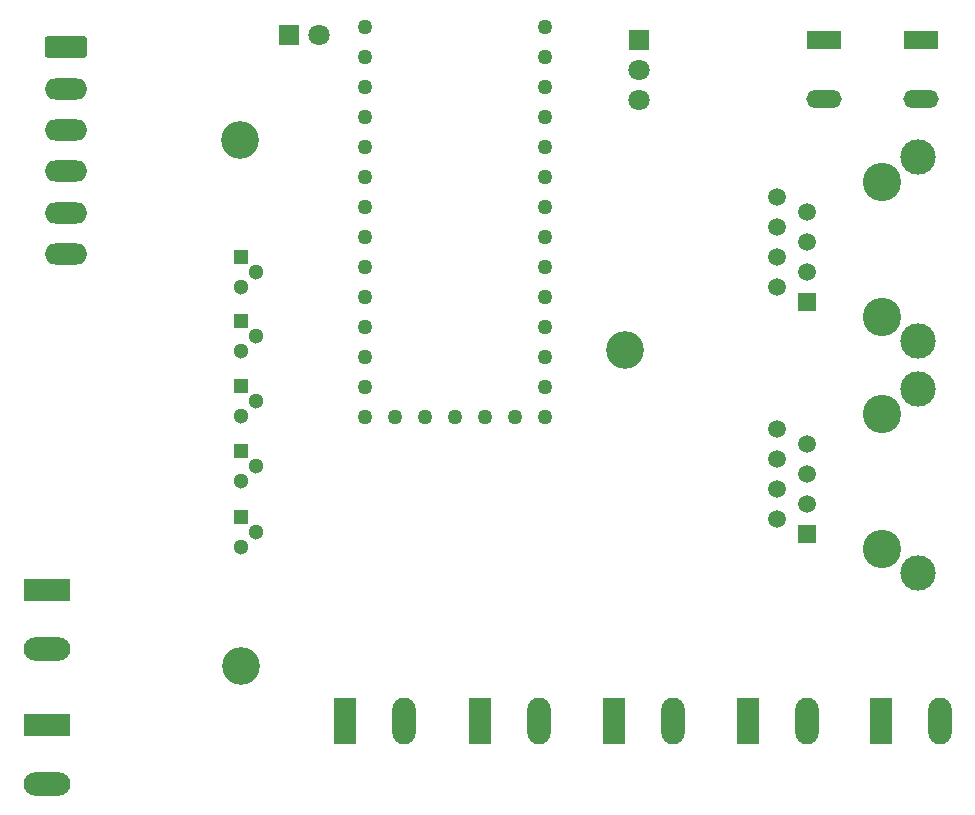
<source format=gbs>
G04 #@! TF.GenerationSoftware,KiCad,Pcbnew,8.0.0*
G04 #@! TF.CreationDate,2024-12-24T11:36:35-06:00*
G04 #@! TF.ProjectId,Rain and Switches Control Board,5261696e-2061-46e6-9420-537769746368,rev?*
G04 #@! TF.SameCoordinates,Original*
G04 #@! TF.FileFunction,Soldermask,Bot*
G04 #@! TF.FilePolarity,Negative*
%FSLAX46Y46*%
G04 Gerber Fmt 4.6, Leading zero omitted, Abs format (unit mm)*
G04 Created by KiCad (PCBNEW 8.0.0) date 2024-12-24 11:36:35*
%MOMM*%
%LPD*%
G01*
G04 APERTURE LIST*
G04 Aperture macros list*
%AMRoundRect*
0 Rectangle with rounded corners*
0 $1 Rounding radius*
0 $2 $3 $4 $5 $6 $7 $8 $9 X,Y pos of 4 corners*
0 Add a 4 corners polygon primitive as box body*
4,1,4,$2,$3,$4,$5,$6,$7,$8,$9,$2,$3,0*
0 Add four circle primitives for the rounded corners*
1,1,$1+$1,$2,$3*
1,1,$1+$1,$4,$5*
1,1,$1+$1,$6,$7*
1,1,$1+$1,$8,$9*
0 Add four rect primitives between the rounded corners*
20,1,$1+$1,$2,$3,$4,$5,0*
20,1,$1+$1,$4,$5,$6,$7,0*
20,1,$1+$1,$6,$7,$8,$9,0*
20,1,$1+$1,$8,$9,$2,$3,0*%
G04 Aperture macros list end*
%ADD10C,3.200000*%
%ADD11R,1.800000X1.800000*%
%ADD12C,1.800000*%
%ADD13O,3.960000X1.980000*%
%ADD14R,3.960000X1.980000*%
%ADD15O,1.980000X3.960000*%
%ADD16R,1.980000X3.960000*%
%ADD17C,3.250000*%
%ADD18R,1.500000X1.500000*%
%ADD19C,1.500000*%
%ADD20C,3.000000*%
%ADD21C,1.300000*%
%ADD22R,1.300000X1.300000*%
%ADD23O,3.600000X1.800000*%
%ADD24RoundRect,0.250000X-1.550000X0.650000X-1.550000X-0.650000X1.550000X-0.650000X1.550000X0.650000X0*%
%ADD25R,3.000000X1.500000*%
%ADD26O,3.000000X1.500000*%
%ADD27C,1.265000*%
G04 APERTURE END LIST*
D10*
X184896000Y-68278800D03*
X152396000Y-95028800D03*
X152346000Y-50478800D03*
D11*
X186096000Y-42028800D03*
D12*
X186096000Y-44568800D03*
X186096000Y-47108800D03*
D13*
X135946000Y-104978800D03*
D14*
X135946000Y-99978800D03*
X135946000Y-88523800D03*
D13*
X135946000Y-93523800D03*
D15*
X188978800Y-99692800D03*
D16*
X183978800Y-99692800D03*
D17*
X206646000Y-85063800D03*
X206646000Y-73633800D03*
D18*
X200296000Y-83793800D03*
D19*
X197756000Y-82523800D03*
X200296000Y-81253800D03*
X197756000Y-79983800D03*
X200296000Y-78713800D03*
X197756000Y-77443800D03*
X200296000Y-76173800D03*
X197756000Y-74903800D03*
D20*
X209696000Y-87118800D03*
X209696000Y-71578800D03*
D11*
X156506000Y-41578800D03*
D12*
X159046000Y-41578800D03*
D21*
X152446000Y-68366300D03*
X153716000Y-67096300D03*
D22*
X152446000Y-65826300D03*
X152446000Y-60326300D03*
D21*
X153716000Y-61596300D03*
X152446000Y-62866300D03*
D23*
X137607192Y-60120800D03*
X137607192Y-56620800D03*
X137607192Y-53120800D03*
X137607192Y-49620800D03*
X137607192Y-46120800D03*
D24*
X137607192Y-42620800D03*
D25*
X209996000Y-42028800D03*
X201796000Y-42028800D03*
D26*
X209996000Y-47028800D03*
X201796000Y-47028800D03*
D15*
X166178800Y-99692800D03*
D16*
X161178800Y-99692800D03*
D22*
X152446000Y-76826300D03*
D21*
X153716000Y-78096300D03*
X152446000Y-79366300D03*
D22*
X152446000Y-71326300D03*
D21*
X153716000Y-72596300D03*
X152446000Y-73866300D03*
D22*
X152426000Y-82346300D03*
D21*
X153696000Y-83616300D03*
X152426000Y-84886300D03*
D17*
X206646000Y-65408800D03*
X206646000Y-53978800D03*
D18*
X200296000Y-64138800D03*
D19*
X197756000Y-62868800D03*
X200296000Y-61598800D03*
X197756000Y-60328800D03*
X200296000Y-59058800D03*
X197756000Y-57788800D03*
X200296000Y-56518800D03*
X197756000Y-55248800D03*
D20*
X209696000Y-67463800D03*
X209696000Y-51923800D03*
D27*
X162906000Y-40878800D03*
X162906000Y-43418800D03*
X162906000Y-45958800D03*
X162906000Y-48498800D03*
X162906000Y-51038800D03*
X162906000Y-53578800D03*
X162906000Y-56118800D03*
X162906000Y-58658800D03*
X162906000Y-61198800D03*
X162906000Y-63738800D03*
X162906000Y-66278800D03*
X162906000Y-68818800D03*
X162906000Y-71358800D03*
X162906000Y-73898800D03*
X165446000Y-73898800D03*
X167986000Y-73898800D03*
X170526000Y-73898800D03*
X173066000Y-73898800D03*
X175606000Y-73898800D03*
X178146000Y-73898800D03*
X178146000Y-71358800D03*
X178146000Y-68818800D03*
X178146000Y-66278800D03*
X178146000Y-63738800D03*
X178146000Y-61198800D03*
X178146000Y-58658800D03*
X178146000Y-56118800D03*
X178146000Y-53578800D03*
X178146000Y-51038800D03*
X178146000Y-48498800D03*
X178146000Y-45958800D03*
X178146000Y-43418800D03*
X178146000Y-40878800D03*
D15*
X211618800Y-99692800D03*
D16*
X206618800Y-99692800D03*
D15*
X200318800Y-99692800D03*
D16*
X195318800Y-99692800D03*
D15*
X177598800Y-99692800D03*
D16*
X172598800Y-99692800D03*
M02*

</source>
